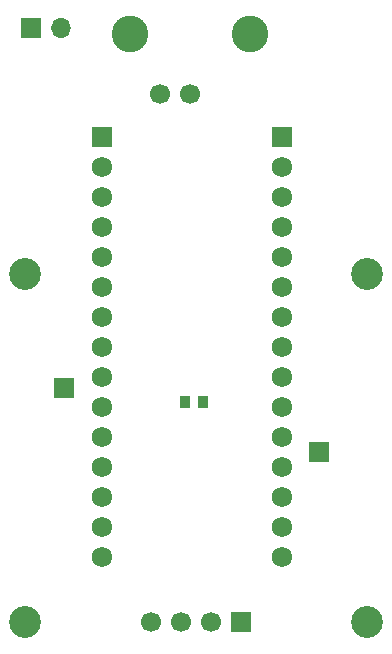
<source format=gbs>
G04 #@! TF.GenerationSoftware,KiCad,Pcbnew,7.0.5*
G04 #@! TF.CreationDate,2023-07-10T18:36:48-07:00*
G04 #@! TF.ProjectId,Breakout,42726561-6b6f-4757-942e-6b696361645f,rev?*
G04 #@! TF.SameCoordinates,Original*
G04 #@! TF.FileFunction,Soldermask,Bot*
G04 #@! TF.FilePolarity,Negative*
%FSLAX46Y46*%
G04 Gerber Fmt 4.6, Leading zero omitted, Abs format (unit mm)*
G04 Created by KiCad (PCBNEW 7.0.5) date 2023-07-10 18:36:48*
%MOMM*%
%LPD*%
G01*
G04 APERTURE LIST*
%ADD10C,2.700000*%
%ADD11R,1.700000X1.700000*%
%ADD12C,1.700000*%
%ADD13O,1.700000X1.700000*%
%ADD14C,3.100000*%
%ADD15R,1.725000X1.725000*%
%ADD16C,1.725000*%
%ADD17R,0.920000X0.980000*%
G04 APERTURE END LIST*
D10*
X137200000Y-121700000D03*
X137200000Y-92236000D03*
X108244000Y-121700000D03*
X108244000Y-92236000D03*
D11*
X126532000Y-121700000D03*
D12*
X123992000Y-121700000D03*
X121452000Y-121700000D03*
X118912000Y-121700000D03*
D11*
X111506000Y-101854000D03*
X133100000Y-107300000D03*
X108712000Y-71374000D03*
D13*
X111252000Y-71374000D03*
D14*
X127254000Y-71882000D03*
X117094000Y-71882000D03*
D12*
X122174000Y-76962000D03*
X119634000Y-76962000D03*
D15*
X129942000Y-80619500D03*
D16*
X129942000Y-83159500D03*
X129942000Y-85699500D03*
X129942000Y-88239500D03*
X129942000Y-90779500D03*
X129942000Y-93319500D03*
X129942000Y-95859500D03*
X129942000Y-98399500D03*
X129942000Y-100939500D03*
X129942000Y-103479500D03*
X129942000Y-106019500D03*
X129942000Y-108559500D03*
X129942000Y-111099500D03*
X129942000Y-113639500D03*
X129942000Y-116179500D03*
X114702000Y-116179500D03*
X114702000Y-113639500D03*
X114702000Y-111099500D03*
X114702000Y-108559500D03*
X114702000Y-106019500D03*
X114702000Y-103479500D03*
X114702000Y-100939500D03*
X114702000Y-98399500D03*
X114702000Y-95859500D03*
X114702000Y-93319500D03*
X114702000Y-90779500D03*
X114702000Y-88239500D03*
X114702000Y-85699500D03*
X114702000Y-83159500D03*
D15*
X114702000Y-80619500D03*
D17*
X123325000Y-103000000D03*
X121775000Y-103000000D03*
M02*

</source>
